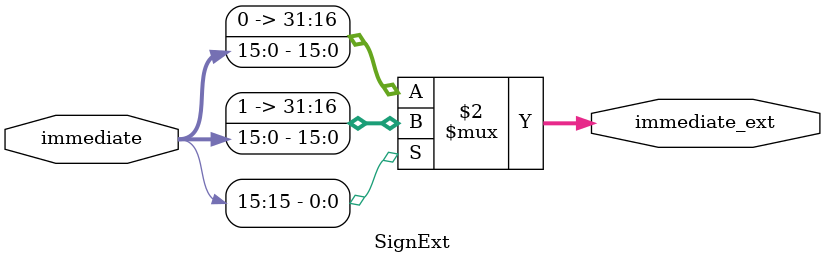
<source format=v>
module SignExt (
        input [15:0] immediate,
        output [31:0] immediate_ext
    );

    assign immediate_ext = (immediate[15])? {16'b1111111111111111,immediate}: immediate;
    
endmodule // SignExt

</source>
